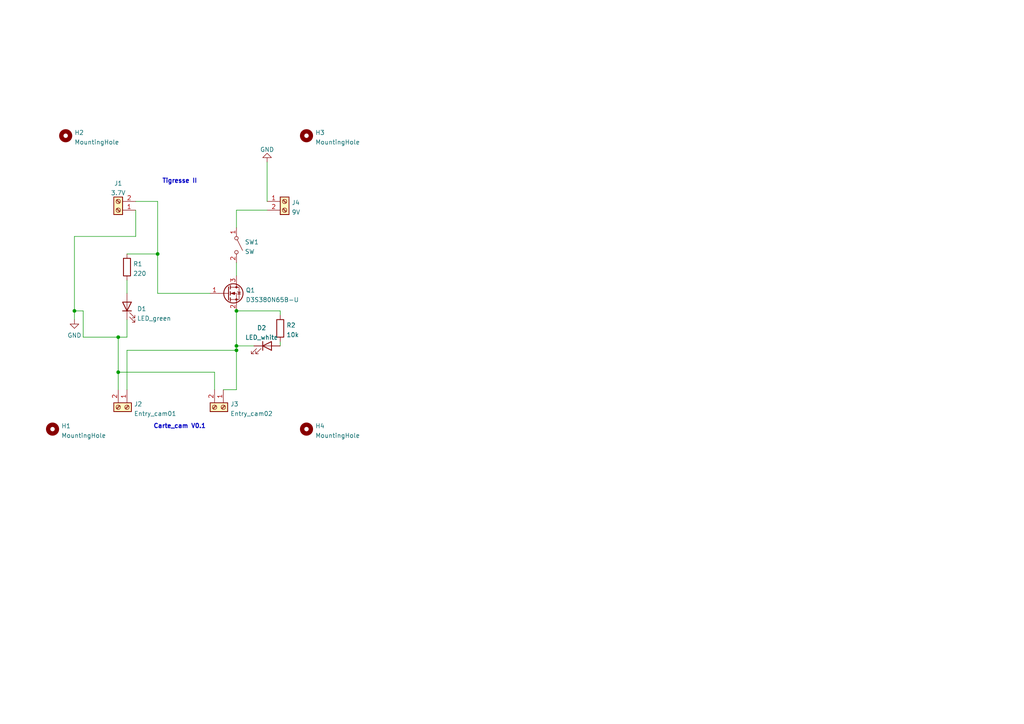
<source format=kicad_sch>
(kicad_sch (version 20211123) (generator eeschema)
  (paper "A4")
  (title_block (title "Carte d'alimentation caméra") (date "2022-02-05") (rev "v1.0") (company "Spacetech'Orléans"))
  (lib_symbols
    (symbol "Connector:Screw_Terminal_01x02" (pin_names (offset 1.016) hide)
      (property "Reference" "J" (at 0 2.54 0))
      (property "Value" "Screw_Terminal_01x02" (at 0 -5.08 0))
      (symbol "Screw_Terminal_01x02_1_1"
        (rectangle (start -1.27 1.27) (end 1.27 -3.81) (stroke (width 0.254)) (fill (type background)))
        (circle (center 0 -2.54) (radius 0.635) (stroke (width 0.1524)))
        (polyline (pts (xy -0.5334 -2.2098) (xy 0.3302 -3.048)) (stroke (width 0.1524)))
        (polyline (pts (xy -0.5334 0.3302) (xy 0.3302 -0.508)) (stroke (width 0.1524)))
        (polyline (pts (xy -0.3556 -2.032) (xy 0.508 -2.8702)) (stroke (width 0.1524)))
        (polyline (pts (xy -0.3556 0.508) (xy 0.508 -0.3302)) (stroke (width 0.1524)))
        (circle (center 0 0) (radius 0.635) (stroke (width 0.1524)))
        (pin passive line (at -5.08 0 0) (length 3.81) (name "Pin_1") (number "1"))
        (pin passive line (at -5.08 -2.54 0) (length 3.81) (name "Pin_2") (number "2"))
      )
    )
    (symbol "Device:LED" (pin_numbers hide) (pin_names (offset 1.016) hide)
      (property "Reference" "D" (at 0 2.54 0))
      (property "Value" "LED" (at 0 -2.54 0))
      (symbol "LED_0_1"
        (polyline (pts (xy -1.27 -1.27) (xy -1.27 1.27)) (stroke (width 0.254)))
        (polyline (pts (xy -1.27 0) (xy 1.27 0)))
        (polyline (pts (xy 1.27 -1.27) (xy 1.27 1.27) (xy -1.27 0) (xy 1.27 -1.27)) (stroke (width 0.254)))
        (polyline (pts (xy -3.048 -0.762) (xy -4.572 -2.286) (xy -3.81 -2.286) (xy -4.572 -2.286) (xy -4.572 -1.524)))
        (polyline (pts (xy -1.778 -0.762) (xy -3.302 -2.286) (xy -2.54 -2.286) (xy -3.302 -2.286) (xy -3.302 -1.524)))
      )
      (symbol "LED_1_1"
        (pin passive line (at -3.81 0 0) (length 2.54) (name "K") (number "1"))
        (pin passive line (at 3.81 0 180) (length 2.54) (name "A") (number "2"))
      )
    )
    (symbol "Device:R" (pin_numbers hide) (pin_names (offset 0))
      (property "Reference" "R" (at 2.032 0 90))
      (property "Value" "R" (at 0 0 90))
      (symbol "R_0_1"
        (rectangle (start -1.016 -2.54) (end 1.016 2.54) (stroke (width 0.254)))
      )
      (symbol "R_1_1"
        (pin passive line (at 0 3.81 270) (length 1.27) (name "~") (number "1"))
        (pin passive line (at 0 -3.81 90) (length 1.27) (name "~") (number "2"))
      )
    )
    (symbol "Mechanical:MountingHole" (pin_names (offset 1.016))
      (property "Reference" "H" (at 0 5.08 0))
      (property "Value" "MountingHole" (at 0 3.175 0))
      (symbol "MountingHole_0_1"
        (circle (center 0 0) (radius 1.27) (stroke (width 1.27)))
      )
    )
    (symbol "Switch:SW_SPST" (pin_names (offset 0) hide)
      (property "Reference" "SW" (at 0 3.175 0))
      (property "Value" "SW_SPST" (at 0 -2.54 0))
      (symbol "SW_SPST_0_0"
        (circle (center -2.032 0) (radius 0.508))
        (polyline (pts (xy -1.524 0.254) (xy 1.524 1.778)))
        (circle (center 2.032 0) (radius 0.508))
      )
      (symbol "SW_SPST_1_1"
        (pin passive line (at -5.08 0 0) (length 2.54) (name "A") (number "1"))
        (pin passive line (at 5.08 0 180) (length 2.54) (name "B") (number "2"))
      )
    )
    (symbol "Transistor_FET:DMN67D8L" (pin_names hide)
      (property "Reference" "Q" (at 5.08 1.905 0))
      (property "Value" "DMN67D8L" (at 5.08 0 0))
      (symbol "DMN67D8L_0_1"
        (polyline (pts (xy 0.254 0) (xy -2.54 0)))
        (polyline (pts (xy 0.254 1.905) (xy 0.254 -1.905)) (stroke (width 0.254)))
        (polyline (pts (xy 0.762 -1.27) (xy 0.762 -2.286)) (stroke (width 0.254)))
        (polyline (pts (xy 0.762 0.508) (xy 0.762 -0.508)) (stroke (width 0.254)))
        (polyline (pts (xy 0.762 2.286) (xy 0.762 1.27)) (stroke (width 0.254)))
        (polyline (pts (xy 2.54 2.54) (xy 2.54 1.778)))
        (polyline (pts (xy 2.54 -2.54) (xy 2.54 0) (xy 0.762 0)))
        (polyline (pts (xy 0.762 -1.778) (xy 3.302 -1.778) (xy 3.302 1.778) (xy 0.762 1.778)))
        (polyline (pts (xy 1.016 0) (xy 2.032 0.381) (xy 2.032 -0.381) (xy 1.016 0)) (fill (type outline)))
        (polyline (pts (xy 2.794 0.508) (xy 2.921 0.381) (xy 3.683 0.381) (xy 3.81 0.254)))
        (polyline (pts (xy 3.302 0.381) (xy 2.921 -0.254) (xy 3.683 -0.254) (xy 3.302 0.381)))
        (circle (center 1.651 0) (radius 2.794) (stroke (width 0.254)))
        (circle (center 2.54 -1.778) (radius 0.254) (fill (type outline)))
        (circle (center 2.54 1.778) (radius 0.254) (fill (type outline)))
      )
      (symbol "DMN67D8L_1_1"
        (pin input line (at -5.08 0 0) (length 2.54) (name "G") (number "1"))
        (pin passive line (at 2.54 -5.08 90) (length 2.54) (name "S") (number "2"))
        (pin passive line (at 2.54 5.08 270) (length 2.54) (name "D") (number "3"))
      )
    )
    (symbol "power:GND" (power) (pin_names (offset 0))
      (property "Value" "GND" (at 0 -3.81 0))
      (symbol "GND_0_1"
        (polyline (pts (xy 0 0) (xy 0 -1.27) (xy 1.27 -1.27) (xy 0 -2.54) (xy -1.27 -1.27) (xy 0 -1.27)))
      )
      (symbol "GND_1_1"
        (pin power_in line (at 0 0 270) (length 0) hide (name "GND") (number "1"))
      )
    )
  )
  (junction (at 21.59 90.17))
  (junction (at 68.58 101.6))
  (junction (at 45.72 73.66))
  (junction (at 68.58 90.17))
  (junction (at 34.29 107.95))
  (junction (at 34.29 97.79))
  (junction (at 68.58 100.33))
  (wire (pts (xy 39.37 60.96) (xy 39.37 68.58)))
  (wire (pts (xy 45.72 85.09) (xy 60.96 85.09)))
  (wire (pts (xy 21.59 90.17) (xy 21.59 92.71)))
  (wire (pts (xy 68.58 101.6) (xy 68.58 113.03)))
  (wire (pts (xy 24.13 90.17) (xy 24.13 97.79)))
  (wire (pts (xy 45.72 73.66) (xy 36.83 73.66)))
  (wire (pts (xy 68.58 90.17) (xy 68.58 100.33)))
  (wire (pts (xy 34.29 113.03) (xy 34.29 107.95)))
  (wire (pts (xy 36.83 97.79) (xy 34.29 97.79)))
  (wire (pts (xy 45.72 58.42) (xy 45.72 73.66)))
  (wire (pts (xy 62.23 113.03) (xy 62.23 107.95)))
  (wire (pts (xy 39.37 68.58) (xy 21.59 68.58)))
  (wire (pts (xy 62.23 107.95) (xy 34.29 107.95)))
  (wire (pts (xy 24.13 90.17) (xy 21.59 90.17)))
  (wire (pts (xy 81.28 99.06) (xy 81.28 100.33)))
  (wire (pts (xy 77.47 60.96) (xy 68.58 60.96)))
  (wire (pts (xy 68.58 60.96) (xy 68.58 66.04)))
  (wire (pts (xy 73.66 100.33) (xy 68.58 100.33)))
  (wire (pts (xy 39.37 58.42) (xy 45.72 58.42)))
  (wire (pts (xy 36.83 101.6) (xy 36.83 113.03)))
  (wire (pts (xy 45.72 73.66) (xy 45.72 85.09)))
  (wire (pts (xy 34.29 97.79) (xy 24.13 97.79)))
  (wire (pts (xy 36.83 92.71) (xy 36.83 97.79)))
  (wire (pts (xy 77.47 46.99) (xy 77.47 58.42)))
  (wire (pts (xy 68.58 76.2) (xy 68.58 80.01)))
  (wire (pts (xy 68.58 90.17) (xy 81.28 90.17)))
  (wire (pts (xy 21.59 68.58) (xy 21.59 90.17)))
  (wire (pts (xy 34.29 97.79) (xy 34.29 107.95)))
  (wire (pts (xy 81.28 90.17) (xy 81.28 91.44)))
  (wire (pts (xy 36.83 81.28) (xy 36.83 85.09)))
  (wire (pts (xy 68.58 100.33) (xy 68.58 101.6)))
  (wire (pts (xy 68.58 113.03) (xy 64.77 113.03)))
  (wire (pts (xy 36.83 101.6) (xy 68.58 101.6)))
  (text "Tigresse II" (at 46.99 53.34 0) (effects (font (size 1.27 1.27) bold) (justify left bottom)))
  (text "Carte_cam V0.1\n" (at 44.45 124.46 0) (effects (font (size 1.27 1.27) (thickness 0.254) bold) (justify left bottom)))
  (symbol (lib_id "Connector:Screw_Terminal_01x02") (at 82.55 58.42 0) (unit 1)
    (property "Reference" "J4" (at 84.582 58.7815 0) (effects (justify left)))
    (property "Value" "9V" (at 84.582 61.5566 0) (effects (justify left)))
    (property "Footprint" "Connector_JST:JST_PH_S2B-PH-K_1x02_P2.00mm_Horizontal" (effects hide))
  )
  (symbol (lib_id "power:GND") (at 21.59 92.71 0) (unit 1)
    (property "Reference" "#PWR01" (effects hide))
    (property "Value" "GND" (at 21.59 97.2725 0))
  )
  (symbol (lib_id "Device:LED") (at 77.47 100.33 0) (unit 1)
    (property "Reference" "D2" (at 75.8825 95.0935 0))
    (property "Value" "LED_white" (at 75.8825 97.8686 0))
    (property "Footprint" "LED_THT:LED_D3.0mm" (effects hide))
  )
  (symbol (lib_id "Connector:Screw_Terminal_01x02") (at 64.77 118.11 270) (unit 1)
    (property "Reference" "J3" (at 66.802 117.2015 90) (effects (justify left)))
    (property "Value" "Entry_cam02" (at 66.802 119.9766 90) (effects (justify left)))
    (property "Footprint" "Connector_JST:JST_PH_S2B-PH-K_1x02_P2.00mm_Horizontal" (effects hide))
  )
  (symbol (lib_id "Device:R") (at 81.28 95.25 0) (unit 1)
    (property "Reference" "R2" (at 83.058 94.3415 0) (effects (justify left)))
    (property "Value" "10k" (at 83.058 97.1166 0) (effects (justify left)))
    (property "Footprint" "Resistor_THT:R_Axial_DIN0204_L3.6mm_D1.6mm_P5.08mm_Horizontal" (effects hide))
  )
  (symbol (lib_id "Mechanical:MountingHole") (at 15.24 124.46 0) (unit 1)
    (property "Reference" "H1" (at 17.78 123.5515 0) (effects (justify left)))
    (property "Value" "MountingHole" (at 17.78 126.3266 0) (effects (justify left)))
    (property "Footprint" "MountingHole:MountingHole_2.2mm_M2_Pad" (effects hide))
  )
  (symbol (lib_id "power:GND") (at 77.47 46.99 180) (unit 1)
    (property "Reference" "#PWR02" (effects hide))
    (property "Value" "GND" (at 77.47 43.3855 0))
  )
  (symbol (lib_id "Device:R") (at 36.83 77.47 0) (unit 1)
    (property "Reference" "R1" (at 38.608 76.5615 0) (effects (justify left)))
    (property "Value" "220" (at 38.608 79.3366 0) (effects (justify left)))
    (property "Footprint" "Resistor_THT:R_Axial_DIN0204_L3.6mm_D1.6mm_P5.08mm_Horizontal" (effects hide))
  )
  (symbol (lib_id "Mechanical:MountingHole") (at 88.9 124.46 0) (unit 1)
    (property "Reference" "H4" (at 91.44 123.5515 0) (effects (justify left)))
    (property "Value" "MountingHole" (at 91.44 126.3266 0) (effects (justify left)))
    (property "Footprint" "MountingHole:MountingHole_2.2mm_M2_Pad" (effects hide))
  )
  (symbol (lib_id "Device:LED") (at 36.83 88.9 90) (unit 1)
    (property "Reference" "D1" (at 39.751 89.579 90) (effects (justify right)))
    (property "Value" "LED_green" (at 39.751 92.3541 90) (effects (justify right)))
    (property "Footprint" "LED_THT:LED_D3.0mm" (effects hide))
  )
  (symbol (lib_id "Connector:Screw_Terminal_01x02") (at 36.83 118.11 270) (unit 1)
    (property "Reference" "J2" (at 38.862 117.2015 90) (effects (justify left)))
    (property "Value" "Entry_cam01" (at 38.862 119.9766 90) (effects (justify left)))
    (property "Footprint" "Connector_JST:JST_PH_S2B-PH-K_1x02_P2.00mm_Horizontal" (effects hide))
  )
  (symbol (lib_id "Mechanical:MountingHole") (at 19.05 39.37 0) (unit 1)
    (property "Reference" "H2" (at 21.59 38.4615 0) (effects (justify left)))
    (property "Value" "MountingHole" (at 21.59 41.2366 0) (effects (justify left)))
    (property "Footprint" "MountingHole:MountingHole_2.2mm_M2_Pad" (effects hide))
  )
  (symbol (lib_id "Connector:Screw_Terminal_01x02") (at 34.29 60.96 180) (unit 1)
    (property "Reference" "J1" (at 34.29 53.1835 0))
    (property "Value" "3.7V" (at 34.29 55.9586 0))
    (property "Footprint" "Connector_JST:JST_PH_S2B-PH-K_1x02_P2.00mm_Horizontal" (effects hide))
  )
  (symbol (lib_id "Switch:SW_SPST") (at 68.58 71.12 270) (unit 1)
    (property "Reference" "SW1" (at 70.993 70.2115 90) (effects (justify left)))
    (property "Value" "SW" (at 70.993 72.9866 90) (effects (justify left)))
    (property "Footprint" "Button_Switch_THT:SW_CuK_OS102011MA1QN1_SPDT_Angled" (effects hide))
  )
  (symbol (lib_id "Transistor_FET:DMN67D8L") (at 66.04 85.09 0) (unit 1)
    (property "Reference" "Q1" (at 71.247 84.1815 0) (effects (justify left)))
    (property "Value" "D3S380N65B-U" (at 71.247 86.9566 0) (effects (justify left)))
    (property "Footprint" "Package_TO_SOT_THT:TO-220-3_Vertical" (effects hide))
    (property "Datasheet" "http://www.diodes.com/assets/Datasheets/DMN67D8L.pdf" (effects hide))
  )
  (symbol (lib_id "Mechanical:MountingHole") (at 88.9 39.37 0) (unit 1)
    (property "Reference" "H3" (at 91.44 38.4615 0) (effects (justify left)))
    (property "Value" "MountingHole" (at 91.44 41.2366 0) (effects (justify left)))
    (property "Footprint" "MountingHole:MountingHole_2.2mm_M2_Pad" (effects hide))
  )
)
</source>
